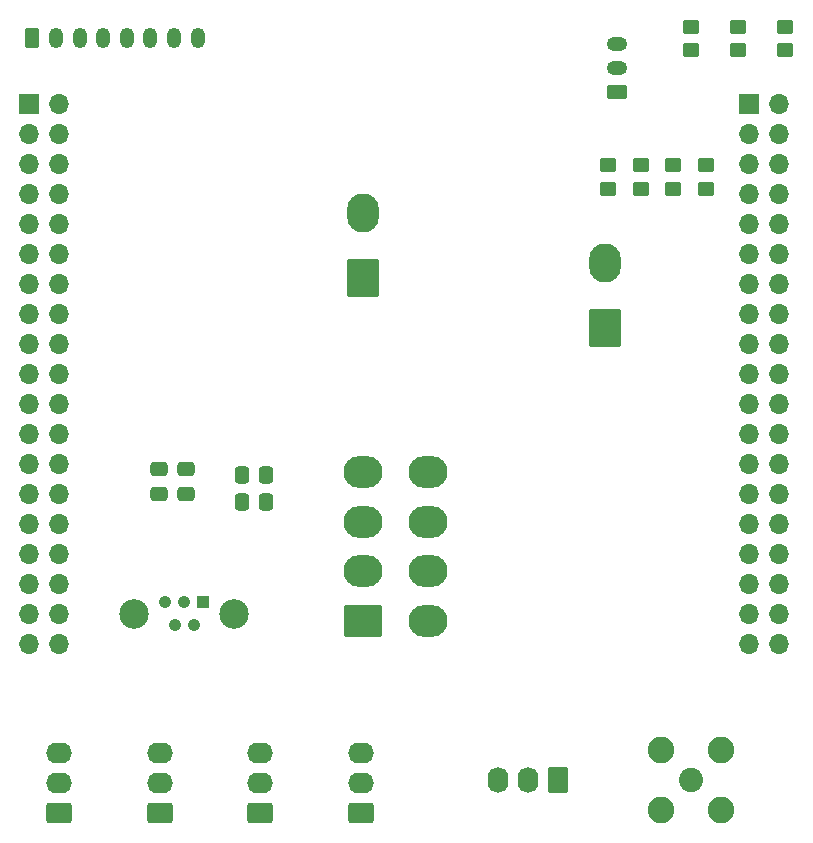
<source format=gbs>
%TF.GenerationSoftware,KiCad,Pcbnew,8.0.0*%
%TF.CreationDate,2024-03-16T12:32:22-04:00*%
%TF.ProjectId,AMP_PCBv3,414d505f-5043-4427-9633-2e6b69636164,A*%
%TF.SameCoordinates,Original*%
%TF.FileFunction,Soldermask,Bot*%
%TF.FilePolarity,Negative*%
%FSLAX46Y46*%
G04 Gerber Fmt 4.6, Leading zero omitted, Abs format (unit mm)*
G04 Created by KiCad (PCBNEW 8.0.0) date 2024-03-16 12:32:22*
%MOMM*%
%LPD*%
G01*
G04 APERTURE LIST*
G04 Aperture macros list*
%AMRoundRect*
0 Rectangle with rounded corners*
0 $1 Rounding radius*
0 $2 $3 $4 $5 $6 $7 $8 $9 X,Y pos of 4 corners*
0 Add a 4 corners polygon primitive as box body*
4,1,4,$2,$3,$4,$5,$6,$7,$8,$9,$2,$3,0*
0 Add four circle primitives for the rounded corners*
1,1,$1+$1,$2,$3*
1,1,$1+$1,$4,$5*
1,1,$1+$1,$6,$7*
1,1,$1+$1,$8,$9*
0 Add four rect primitives between the rounded corners*
20,1,$1+$1,$2,$3,$4,$5,0*
20,1,$1+$1,$4,$5,$6,$7,0*
20,1,$1+$1,$6,$7,$8,$9,0*
20,1,$1+$1,$8,$9,$2,$3,0*%
G04 Aperture macros list end*
%ADD10R,1.050000X1.050000*%
%ADD11C,1.050000*%
%ADD12C,2.500000*%
%ADD13RoundRect,0.250001X1.099999X1.399999X-1.099999X1.399999X-1.099999X-1.399999X1.099999X-1.399999X0*%
%ADD14O,2.700000X3.300000*%
%ADD15RoundRect,0.250000X-0.350000X-0.625000X0.350000X-0.625000X0.350000X0.625000X-0.350000X0.625000X0*%
%ADD16O,1.200000X1.750000*%
%ADD17R,1.700000X1.700000*%
%ADD18O,1.700000X1.700000*%
%ADD19RoundRect,0.250000X0.845000X-0.620000X0.845000X0.620000X-0.845000X0.620000X-0.845000X-0.620000X0*%
%ADD20O,2.190000X1.740000*%
%ADD21C,2.050000*%
%ADD22C,2.250000*%
%ADD23RoundRect,0.250000X0.625000X-0.350000X0.625000X0.350000X-0.625000X0.350000X-0.625000X-0.350000X0*%
%ADD24O,1.750000X1.200000*%
%ADD25RoundRect,0.250000X0.620000X0.845000X-0.620000X0.845000X-0.620000X-0.845000X0.620000X-0.845000X0*%
%ADD26O,1.740000X2.190000*%
%ADD27RoundRect,0.250001X1.399999X-1.099999X1.399999X1.099999X-1.399999X1.099999X-1.399999X-1.099999X0*%
%ADD28O,3.300000X2.700000*%
%ADD29RoundRect,0.250000X0.475000X-0.337500X0.475000X0.337500X-0.475000X0.337500X-0.475000X-0.337500X0*%
%ADD30RoundRect,0.250000X-0.337500X-0.475000X0.337500X-0.475000X0.337500X0.475000X-0.337500X0.475000X0*%
%ADD31RoundRect,0.250000X0.450000X-0.350000X0.450000X0.350000X-0.450000X0.350000X-0.450000X-0.350000X0*%
%ADD32RoundRect,0.250000X-0.450000X0.350000X-0.450000X-0.350000X0.450000X-0.350000X0.450000X0.350000X0*%
%ADD33RoundRect,0.250000X-0.475000X0.337500X-0.475000X-0.337500X0.475000X-0.337500X0.475000X0.337500X0*%
G04 APERTURE END LIST*
D10*
%TO.C,J2*%
X126700000Y-118500000D03*
D11*
X125900000Y-120400000D03*
X125100000Y-118500000D03*
X124300000Y-120400000D03*
X123500000Y-118500000D03*
D12*
X129350000Y-119440000D03*
X120850000Y-119440000D03*
%TD*%
D13*
%TO.C,J1*%
X140250000Y-91000000D03*
D14*
X140250000Y-85500000D03*
%TD*%
D15*
%TO.C,J5*%
X112250000Y-70750000D03*
D16*
X114250000Y-70750000D03*
X116250000Y-70750000D03*
X118250000Y-70750000D03*
X120250000Y-70750000D03*
X122250000Y-70750000D03*
X124250000Y-70750000D03*
X126250000Y-70750000D03*
%TD*%
D13*
%TO.C,M1*%
X160750000Y-95250000D03*
D14*
X160750000Y-89750000D03*
%TD*%
D17*
%TO.C,CN10*%
X172960000Y-76280000D03*
D18*
X175500000Y-76280000D03*
X172960000Y-78820000D03*
X175500000Y-78820000D03*
X172960000Y-81360000D03*
X175500000Y-81360000D03*
X172960000Y-83900000D03*
X175500000Y-83900000D03*
X172960000Y-86440000D03*
X175500000Y-86440000D03*
X172960000Y-88980000D03*
X175500000Y-88980000D03*
X172960000Y-91520000D03*
X175500000Y-91520000D03*
X172960000Y-94060000D03*
X175500000Y-94060000D03*
X172960000Y-96600000D03*
X175500000Y-96600000D03*
X172960000Y-99140000D03*
X175500000Y-99140000D03*
X172960000Y-101680000D03*
X175500000Y-101680000D03*
X172960000Y-104220000D03*
X175500000Y-104220000D03*
X172960000Y-106760000D03*
X175500000Y-106760000D03*
X172960000Y-109300000D03*
X175500000Y-109300000D03*
X172960000Y-111840000D03*
X175500000Y-111840000D03*
X172960000Y-114380000D03*
X175500000Y-114380000D03*
X172960000Y-116920000D03*
X175500000Y-116920000D03*
X172960000Y-119460000D03*
X175500000Y-119460000D03*
X172960000Y-122000000D03*
X175500000Y-122000000D03*
%TD*%
D19*
%TO.C,M2*%
X114520000Y-136290000D03*
D20*
X114520000Y-133750000D03*
X114520000Y-131210000D03*
%TD*%
D21*
%TO.C,AE1*%
X168000000Y-133500000D03*
D22*
X170540000Y-130960000D03*
X165460000Y-130960000D03*
X170540000Y-136040000D03*
X165460000Y-136040000D03*
%TD*%
D17*
%TO.C,CN7*%
X112000000Y-76280000D03*
D18*
X114540000Y-76280000D03*
X112000000Y-78820000D03*
X114540000Y-78820000D03*
X112000000Y-81360000D03*
X114540000Y-81360000D03*
X112000000Y-83900000D03*
X114540000Y-83900000D03*
X112000000Y-86440000D03*
X114540000Y-86440000D03*
X112000000Y-88980000D03*
X114540000Y-88980000D03*
X112000000Y-91520000D03*
X114540000Y-91520000D03*
X112000000Y-94060000D03*
X114540000Y-94060000D03*
X112000000Y-96600000D03*
X114540000Y-96600000D03*
X112000000Y-99140000D03*
X114540000Y-99140000D03*
X112000000Y-101680000D03*
X114540000Y-101680000D03*
X112000000Y-104220000D03*
X114540000Y-104220000D03*
X112000000Y-106760000D03*
X114540000Y-106760000D03*
X112000000Y-109300000D03*
X114540000Y-109300000D03*
X112000000Y-111840000D03*
X114540000Y-111840000D03*
X112000000Y-114380000D03*
X114540000Y-114380000D03*
X112000000Y-116920000D03*
X114540000Y-116920000D03*
X112000000Y-119460000D03*
X114540000Y-119460000D03*
X112000000Y-122000000D03*
X114540000Y-122000000D03*
%TD*%
D19*
%TO.C,M4*%
X131520000Y-136290000D03*
D20*
X131520000Y-133750000D03*
X131520000Y-131210000D03*
%TD*%
D23*
%TO.C,J4*%
X161750000Y-75250000D03*
D24*
X161750000Y-73250000D03*
X161750000Y-71250000D03*
%TD*%
D19*
%TO.C,M5*%
X140040000Y-136290000D03*
D20*
X140040000Y-133750000D03*
X140040000Y-131210000D03*
%TD*%
D19*
%TO.C,M3*%
X123040000Y-136290000D03*
D20*
X123040000Y-133750000D03*
X123040000Y-131210000D03*
%TD*%
D25*
%TO.C,J3*%
X156790000Y-133500000D03*
D26*
X154250000Y-133500000D03*
X151710000Y-133500000D03*
%TD*%
D27*
%TO.C,J6*%
X140250000Y-120050000D03*
D28*
X140250000Y-115850000D03*
X140250000Y-111650000D03*
X140250000Y-107450000D03*
X145750000Y-120050000D03*
X145750000Y-115850000D03*
X145750000Y-111650000D03*
X145750000Y-107450000D03*
%TD*%
D29*
%TO.C,C21*%
X125250000Y-109287500D03*
X125250000Y-107212500D03*
%TD*%
D30*
%TO.C,C22*%
X129962500Y-110000000D03*
X132037500Y-110000000D03*
%TD*%
D31*
%TO.C,R9*%
X163750000Y-83500000D03*
X163750000Y-81500000D03*
%TD*%
D32*
%TO.C,R2*%
X172000000Y-69750000D03*
X172000000Y-71750000D03*
%TD*%
D31*
%TO.C,R10*%
X166500000Y-83500000D03*
X166500000Y-81500000D03*
%TD*%
%TO.C,R11*%
X169250000Y-83500000D03*
X169250000Y-81500000D03*
%TD*%
D32*
%TO.C,R1*%
X168000000Y-69750000D03*
X168000000Y-71750000D03*
%TD*%
D30*
%TO.C,C24*%
X129962500Y-107750000D03*
X132037500Y-107750000D03*
%TD*%
D31*
%TO.C,R8*%
X161000000Y-83500000D03*
X161000000Y-81500000D03*
%TD*%
D33*
%TO.C,C23*%
X123000000Y-107212500D03*
X123000000Y-109287500D03*
%TD*%
D32*
%TO.C,R3*%
X176000000Y-69750000D03*
X176000000Y-71750000D03*
%TD*%
M02*

</source>
